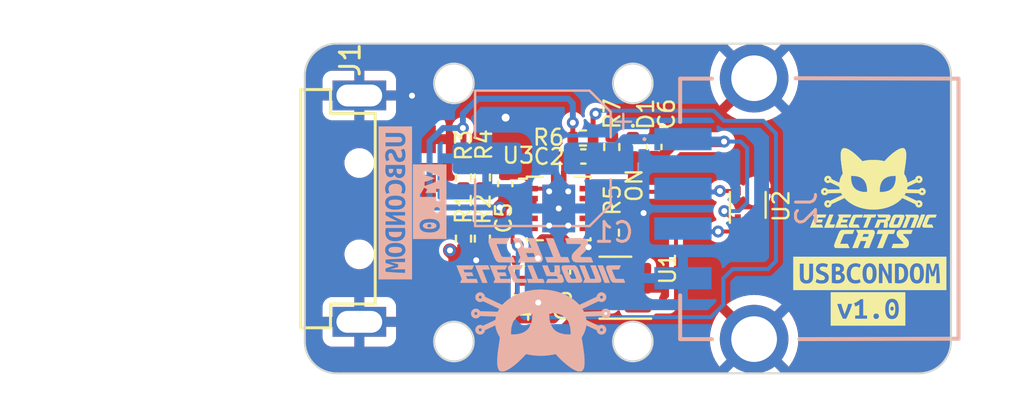
<source format=kicad_pcb>
(kicad_pcb (version 20221018) (generator pcbnew)
  (title_block (title "UsbCondom") (date "2023-04-19") (rev "v1.0") (company "Electronic Cats") (comment 1 "Eduardo Contreras"))
  (layers (0 "F.Cu" signal) (31 "B.Cu" signal) (34 "B.Paste" user) (35 "F.Paste" user) (36 "B.SilkS" user "B.Silkscreen") (37 "F.SilkS" user "F.Silkscreen") (38 "B.Mask" user) (39 "F.Mask" user) (44 "Edge.Cuts" user))
  (net 0 "")
  (net 1 "+5V")
  (net 2 "GND")
  (net 3 "/FAULT")
  (net 4 "VBUS")
  (net 5 "Net-(D1-K)")
  (net 6 "/DCP-")
  (net 7 "/DCP+")
  (net 8 "/D-")
  (net 9 "/D+")
  (net 10 "Net-(U3-ILM)")
  (footprint "Resistor_SMD:R_0402_1005Metric" (layer "F.Cu") (at 142.74 90.755 90)
    (fp_text reference "R7" (at 1.675 0.02 90) (layer "F.SilkS") (effects (font (size 0.8 0.8) (thickness 0.12))))
    (fp_text value "1K" hide)
    (pad "1" smd roundrect (at -0.51 0 90) (size 0.54 0.64) (layers "F.Cu" "F.Paste" "F.Mask") (net 5 "Net-(D1-K)"))
    (pad "2" smd roundrect (at 0.51 0 90) (size 0.54 0.64) (layers "F.Cu" "F.Paste" "F.Mask") (net 2 "GND"))
  )
  (footprint "Package_TO_SOT_SMD:SOT-553" (layer "F.Cu") (at 149.58 93.67 90)
    (fp_text reference "U2" (at -0.06 1.68 90) (layer "F.SilkS") (effects (font (size 0.8 0.8) (thickness 0.12))))
    (fp_text value "TPD2E001" hide)
    (pad "1" smd rect (at -0.7 -0.5 90) (size 0.45 0.3) (layers "F.Cu" "F.Paste" "F.Mask") (net 4 "VBUS"))
    (pad "2" smd rect (at -0.7 0 90) (size 0.45 0.3) (layers "F.Cu" "F.Paste" "F.Mask"))
    (pad "3" smd rect (at -0.7 0.5 90) (size 0.45 0.3) (layers "F.Cu" "F.Paste" "F.Mask") (net 9 "/D+"))
    (pad "4" smd rect (at 0.7 0.5 90) (size 0.45 0.3) (layers "F.Cu" "F.Paste" "F.Mask") (net 2 "GND") (clearance 0.1))
    (pad "5" smd rect (at 0.7 -0.5 90) (size 0.45 0.3) (layers "F.Cu" "F.Paste" "F.Mask") (net 8 "/D-") (clearance 0.1))
  )
  (footprint "Resistor_SMD:R_0402_1005Metric" (layer "F.Cu") (at 142.72 95.07 -90)
    (fp_text reference "R5" (at -1.64 -0.05 90) (layer "F.SilkS") (effects (font (size 0.8 0.8) (thickness 0.12))))
    (fp_text value "20K" hide)
    (pad "1" smd roundrect (at -0.51 0 270) (size 0.54 0.64) (layers "F.Cu" "F.Paste" "F.Mask") (net 10 "Net-(U3-ILM)"))
    (pad "2" smd roundrect (at 0.51 0 270) (size 0.54 0.64) (layers "F.Cu" "F.Paste" "F.Mask") (net 2 "GND"))
  )
  (footprint "kibuzzard-64407430" (layer "F.Cu") (at 155.63 98.91)
    (fp_text reference "kibuzzard-64407430" hide)
    (fp_text value "G***" hide)
  )
  (footprint "Package_SON:VSON-10-1EP_3x3mm_P0.5mm_EP1.65x2.4mm_ThermalVias" (layer "F.Cu") (at 140.07 93.85)
    (fp_text reference "U3" (at -2.03 -2.67) (layer "F.SilkS") (effects (font (size 0.8 0.8) (thickness 0.12))))
    (fp_text value "TPS2561" hide)
    (pad "1" smd rect (at -1.475 -1) (size 0.85 0.28) (layers "F.Cu" "F.Paste" "F.Mask") (net 2 "GND"))
    (pad "2" smd rect (at -1.475 -0.5) (size 0.85 0.28) (layers "F.Cu" "F.Paste" "F.Mask") (net 1 "+5V"))
    (pad "3" smd rect (at -1.475 0) (size 0.85 0.28) (layers "F.Cu" "F.Paste" "F.Mask") (net 1 "+5V"))
    (pad "4" smd rect (at -1.475 0.5) (size 0.85 0.28) (layers "F.Cu" "F.Paste" "F.Mask") (net 3 "/FAULT"))
    (pad "5" smd rect (at -1.475 1) (size 0.85 0.28) (layers "F.Cu" "F.Paste" "F.Mask"))
    (pad "6" smd rect (at 1.475 1) (size 0.85 0.28) (layers "F.Cu" "F.Paste" "F.Mask"))
    (pad "7" smd rect (at 1.475 0.5) (size 0.85 0.28) (layers "F.Cu" "F.Paste" "F.Mask") (net 10 "Net-(U3-ILM)"))
    (pad "8" smd rect (at 1.475 0) (size 0.85 0.28) (layers "F.Cu" "F.Paste" "F.Mask"))
    (pad "9" smd rect (at 1.475 -0.5) (size 0.85 0.28) (layers "F.Cu" "F.Paste" "F.Mask") (net 4 "VBUS"))
    (pad "10" smd rect (at 1.475 -1) (size 0.85 0.28) (layers "F.Cu" "F.Paste" "F.Mask") (net 3 "/FAULT"))
    (pad "11" thru_hole circle (at -0.48 -0.86) (size 0.6 0.6) (drill 0.3) (layers "*.Cu") (net 2 "GND"))
    (pad "11" thru_hole circle (at -0.48 0.86) (size 0.6 0.6) (drill 0.3) (layers "*.Cu") (net 2 "GND"))
    (pad "11" smd rect (at -0.25 -1.55) (size 0.28 0.7) (layers "F.Cu" "F.Paste" "F.Mask") (net 2 "GND"))
    (pad "11" smd rect (at -0.25 1.55) (size 0.28 0.7) (layers "F.Cu" "F.Paste" "F.Mask") (net 2 "GND"))
    (pad "11" thru_hole circle (at 0 0) (size 0.6 0.6) (drill 0.3) (layers "*.Cu") (net 2 "GND"))
    (pad "11" smd rect (at 0 0) (size 1.65 2.4) (layers "F.Cu" "F.Mask") (net 2 "GND"))
    (pad "11" smd rect (at 0 0) (size 1.65 2.4) (layers "B.Cu") (net 2 "GND"))
    (pad "11" smd rect (at 0.25 -1.55) (size 0.28 0.7) (layers "F.Cu" "F.Paste" "F.Mask") (net 2 "GND"))
    (pad "11" smd rect (at 0.25 1.55) (size 0.28 0.7) (layers "F.Cu" "F.Paste" "F.Mask") (net 2 "GND"))
    (pad "11" thru_hole circle (at 0.48 -0.86) (size 0.6 0.6) (drill 0.3) (layers "*.Cu") (net 2 "GND"))
    (pad "11" thru_hole circle (at 0.48 0.86) (size 0.6 0.6) (drill 0.3) (layers "*.Cu") (net 2 "GND"))
  )
  (footprint "Capacitor_SMD:C_0402_1005Metric" (layer "F.Cu") (at 140.285 97.03 90)
    (fp_text reference "C3" (at -1.71 0.025 90) (layer "F.SilkS") (effects (font (size 0.8 0.8) (thickness 0.12))))
    (fp_text value "0.1uF" hide)
    (pad "1" smd roundrect (at -0.48 0 90) (size 0.56 0.62) (layers "F.Cu" "F.Paste" "F.Mask") (net 1 "+5V"))
    (pad "2" smd roundrect (at 0.48 0 90) (size 0.56 0.62) (layers "F.Cu" "F.Paste" "F.Mask") (net 2 "GND"))
  )
  (footprint "kibuzzard-644073E0" (layer "F.Cu") (at 155.72 97.12)
    (fp_text reference "kibuzzard-644073E0" hide)
    (fp_text value "G***" hide)
  )
  (footprint "Resistor_SMD:R_0402_1005Metric" (layer "F.Cu") (at 141.29 90.3)
    (fp_text reference "R6" (at -1.73 -0.03) (layer "F.SilkS") (effects (font (size 0.8 0.8) (thickness 0.12))))
    (fp_text value "100K" hide)
    (pad "1" smd roundrect (at -0.51 0) (size 0.54 0.64) (layers "F.Cu" "F.Paste" "F.Mask") (net 1 "+5V"))
    (pad "2" smd roundrect (at 0.51 0) (size 0.54 0.64) (layers "F.Cu" "F.Paste" "F.Mask") (net 3 "/FAULT"))
  )
  (footprint "usbCondom:C46394" (layer "F.Cu") (at 132.49 93.86 90)
    (fp_text reference "J1" (at 7.5 -2.91 90) (layer "F.SilkS"))
    (fp_text value "USB_A")
    (pad "" np_thru_hole circle (at -2.3 -2.45 90) (size 1 1) (drill 1) (layers "*.Cu" "*.Mask"))
    (pad "" np_thru_hole circle (at 2.3 -2.45 90) (size 1 1) (drill 1) (layers "*.Cu" "*.Mask"))
    (pad "1" smd rect (at -3.5 0 90) (size 1.4 2.8) (layers "F.Cu" "F.Paste" "F.Mask") (net 1 "+5V"))
    (pad "2" smd rect (at -1 0 90) (size 1.4 2.8) (layers "F.Cu" "F.Paste" "F.Mask") (net 6 "/DCP-"))
    (pad "3" smd rect (at 1 0 90) (size 1.4 2.8) (layers "F.Cu" "F.Paste" "F.Mask") (net 7 "/DCP+"))
    (pad "4" smd rect (at 3.5 0 90) (size 1.4 2.8) (layers "F.Cu" "F.Paste" "F.Mask") (net 2 "GND"))
    (pad "5" thru_hole rect (at -5.7 -2.45 90) (size 1.5 2.7) (drill oval 1.1 2.3) (layers "*.Cu" "*.Mask") (net 2 "GND"))
    (pad "5" thru_hole rect (at 5.7 -2.45 90) (size 1.5 2.7) (drill oval 1.1 2.3) (layers "*.Cu" "*.Mask") (net 2 "GND"))
  )
  (footprint "Resistor_SMD:R_0402_1005Metric" (layer "F.Cu") (at 135.28 92.29 -90)
    (fp_text reference "R3" (at -1.62 -0.01 90) (layer "F.SilkS") (effects (font (size 0.8 0.8) (thickness 0.12))))
    (fp_text value "75K" hide)
    (pad "1" smd roundrect (at -0.51 0 270) (size 0.54 0.64) (layers "F.Cu" "F.Paste" "F.Mask") (net 1 "+5V"))
    (pad "2" smd roundrect (at 0.51 0 270) (size 0.54 0.64) (layers "F.Cu" "F.Paste" "F.Mask") (net 7 "/DCP+"))
  )
  (footprint "LED_SMD:LED_0402_1005Metric" (layer "F.Cu") (at 143.8 90.775 -90)
    (fp_text reference "D1" (at -1.675 -0.65 90) (layer "F.SilkS") (effects (font (size 0.8 0.8) (thickness 0.12))))
    (fp_text value "ON" (at 1.905 -0.07 90) (layer "F.SilkS") (effects (font (size 0.8 0.8) (thickness 0.12))))
    (pad "1" smd roundrect (at -0.485 0 270) (size 0.59 0.64) (layers "F.Cu" "F.Paste" "F.Mask") (net 5 "Net-(D1-K)"))
    (pad "2" smd roundrect (at 0.485 0 270) (size 0.59 0.64) (layers "F.Cu" "F.Paste" "F.Mask") (net 4 "VBUS"))
  )
  (footprint "Capacitor_SMD:C_0805_2012Metric" (layer "F.Cu") (at 138.07 97.49)
    (fp_text reference "C4" (at -0.09 1.6) (layer "F.SilkS") (effects (font (size 0.8 0.8) (thickness 0.12))))
    (fp_text value "10uF" hide)
    (pad "1" smd roundrect (at -0.95 0) (size 1 1.45) (layers "F.Cu" "F.Paste" "F.Mask") (net 1 "+5V"))
    (pad "2" smd roundrect (at 0.95 0) (size 1 1.45) (layers "F.Cu" "F.Paste" "F.Mask") (net 2 "GND"))
  )
  (footprint "Capacitor_SMD:C_0402_1005Metric" (layer "F.Cu") (at 137.38 92.62 90)
    (fp_text reference "C5" (at -1.71 -0.08 90) (layer "F.SilkS") (effects (font (size 0.8 0.8) (thickness 0.12))))
    (fp_text value "0.1uF" hide)
    (pad "1" smd roundrect (at -0.48 0 90) (size 0.56 0.62) (layers "F.Cu" "F.Paste" "F.Mask") (net 1 "+5V"))
    (pad "2" smd roundrect (at 0.48 0 90) (size 0.56 0.62) (layers "F.Cu" "F.Paste" "F.Mask") (net 2 "GND"))
  )
  (footprint "Package_TO_SOT_SMD:SOT-23-6" (layer "F.Cu") (at 142.92 97.84 180)
    (fp_text reference "U1" (at -2.6325 0.96 90) (layer "F.SilkS") (effects (font (size 0.8 0.8) (thickness 0.12))))
    (fp_text value "TPS2514A" hide)
    (pad "1" smd roundrect (at -1.1375 -0.95 180) (size 1.325 0.6) (layers "F.Cu" "F.Paste" "F.Mask") (net 9 "/D+"))
    (pad "2" smd roundrect (at -1.1375 0 180) (size 1.325 0.6) (layers "F.Cu" "F.Paste" "F.Mask") (net 2 "GND"))
    (pad "3" smd roundrect (at -1.1375 0.95 180) (size 1.325 0.6) (layers "F.Cu" "F.Paste" "F.Mask"))
    (pad "4" smd roundrect (at 1.1375 0.95 180) (size 1.325 0.6) (layers "F.Cu" "F.Paste" "F.Mask"))
    (pad "5" smd roundrect (at 1.1375 0 180) (size 1.325 0.6) (layers "F.Cu" "F.Paste" "F.Mask") (net 1 "+5V"))
    (pad "6" smd roundrect (at 1.1375 -0.95 180) (size 1.325 0.6) (layers "F.Cu" "F.Paste" "F.Mask") (net 8 "/D-"))
  )
  (footprint "Resistor_SMD:R_0402_1005Metric" (layer "F.Cu") (at 136.23 95.37 -90)
    (fp_text reference "R2" (at -1.49 0 90) (layer "F.SilkS") (effects (font (size 0.8 0.8) (thickness 0.12))))
    (fp_text value "49.9K" hide)
    (pad "1" smd roundrect (at -0.51 0 270) (size 0.54 0.64) (layers "F.Cu" "F.Paste" "F.Mask") (net 6 "/DCP-"))
    (pad "2" smd roundrect (at 0.51 0 270) (size 0.54 0.64) (layers "F.Cu" "F.Paste" "F.Mask") (net 2 "GND"))
  )
  (footprint "Resistor_SMD:R_0402_1005Metric" (layer "F.Cu") (at 136.23 92.29 90)
    (fp_text reference "R4" (at 1.65 0.08 90) (layer "F.SilkS") (effects (font (size 0.8 0.8) (thickness 0.12))))
    (fp_text value "49.9K" hide)
    (pad "1" smd roundrect (at -0.51 0 90) (size 0.54 0.64) (layers "F.Cu" "F.Paste" "F.Mask") (net 7 "/DCP+"))
    (pad "2" smd roundrect (at 0.51 0 90) (size 0.54 0.64) (layers "F.Cu" "F.Paste" "F.Mask") (net 2 "GND"))
  )
  (footprint "Resistor_SMD:R_0402_1005Metric" (layer "F.Cu") (at 135.28 95.37 90)
    (fp_text reference "R1" (at 1.52 0 90) (layer "F.SilkS") (effects (font (size 0.8 0.8) (thickness 0.12))))
    (fp_text value "43.2K" hide)
    (pad "1" smd roundrect (at -0.51 0 90) (size 0.54 0.64) (layers "F.Cu" "F.Paste" "F.Mask") (net 1 "+5V"))
    (pad "2" smd roundrect (at 0.51 0 90) (size 0.54 0.64) (layers "F.Cu" "F.Paste" "F.Mask") (net 6 "/DCP-"))
  )
  (footprint "Capacitor_SMD:C_0402_1005Metric" (layer "F.Cu") (at 144.88 90.75 90)
    (fp_text reference "C6" (at 1.65 0.62 90) (layer "F.SilkS") (effects (font (size 0.8 0.8) (thickness 0.12))))
    (fp_text value "0.1uF" hide)
    (pad "1" smd roundrect (at -0.48 0 90) (size 0.56 0.62) (layers "F.Cu" "F.Paste" "F.Mask") (net 4 "VBUS"))
    (pad "2" smd roundrect (at 0.48 0 90) (size 0.56 0.62) (layers "F.Cu" "F.Paste" "F.Mask") (net 2 "GND"))
  )
  (footprint "Symbol_EC:electronic_cats_logo_4x3" (layer "F.Cu") (at 155.9 93.33)
    (fp_text reference "G***" hide)
    (fp_text value "LOGO" hide)
  )
  (footprint "Capacitor_SMD:C_0402_1005Metric" (layer "F.Cu") (at 141.31 91.23 180)
    (fp_text reference "C2" (at 1.72 -0.01) (layer "F.SilkS") (effects (font (size 0.8 0.8) (thickness 0.12))))
    (fp_text value "0.22uF" hide)
    (pad "1" smd roundrect (at -0.48 0 180) (size 0.56 0.62) (layers "F.Cu" "F.Paste" "F.Mask") (net 3 "/FAULT"))
    (pad "2" smd roundrect (at 0.48 0 180) (size 0.56 0.62) (layers "F.Cu" "F.Paste" "F.Mask") (net 2 "GND"))
  )
  (footprint "usbCondom:875832010BLF" (layer "B.Cu") (at 152.53 93.86 -90)
    (fp_text reference "J2" (at 0 0 90) (layer "B.SilkS") (effects (justify mirror)))
    (fp_text value "USB_A" hide)
    (pad "1" smd rect (at -3.5 6.21 270) (size 1.12 2.88) (layers "B.Cu" "B.Paste" "B.Mask") (net 4 "VBUS"))
    (pad "2" smd rect (at -1 6.21 270) (size 1.12 2.88) (layers "B.Cu" "B.Paste" "B.Mask") (net 8 "/D-"))
    (pad "3" smd rect (at 1 6.21 270) (size 1.12 2.88) (layers "B.Cu" "B.Paste" "B.Mask") (net 9 "/D+"))
    (pad "4" smd rect (at 3.5 6.21 270) (size 1.12 2.88) (layers "B.Cu" "B.Paste" "B.Mask") (net 2 "GND"))
    (pad "5" thru_hole circle (at -6.57 2.63 270) (size 3.45 3.45) (drill 2.3) (layers "*.Cu" "*.Mask") (net 2 "GND"))
    (pad "5" thru_hole circle (at 6.57 2.63 270) (size 3.45 3.45) (drill 2.3) (layers "*.Cu" "*.Mask") (net 2 "GND"))
  )
  (footprint "Capacitor_SMD:CP_Elec_6.3x5.4" (layer "B.Cu") (at 139.275 91.325 180)
    (fp_text reference "C1" (at -3.575 -3.725) (layer "B.SilkS") (effects (justify mirror)))
    (fp_text value "150uF")
    (pad "1" smd roundrect (at -2.8 0 180) (size 3.5 1.6) (layers "B.Cu" "B.Paste" "B.Mask") (roundrect_rratio 0.15625) (net 4 "VBUS"))
    (pad "2" smd roundrect (at 2.8 0 180) (size 3.5 1.6) (layers "B.Cu" "B.Paste" "B.Mask") (roundrect_rratio 0.15625) (net 2 "GND"))
  )
  (footprint "kibuzzard-644073E0" (layer "B.Cu") (at 131.85 93.57 -90)
    (fp_text reference "kibuzzard-644073E0" hide)
    (fp_text value "G***" hide)
  )
  (footprint "kibuzzard-64407430" (layer "B.Cu") (at 133.58 93.51 -90)
    (fp_text reference "kibuzzard-64407430" hide)
    (fp_text value "G***" hide)
  )
  (footprint "Symbol_EC:electronic_cats_logo_8x6" (layer "B.Cu") (at 139.17 98.7)
    (fp_text reference "G***" hide)
    (fp_text value "LOGO" hide)
  )
  (gr_circle (center 134.8 100.55) (end 135.8 100.55) (stroke (width 0.1)) (fill none) (layer "Edge.Cuts"))
  (gr_circle (center 134.8 87.55) (end 135.8 87.55) (stroke (width 0.1)) (fill none) (layer "Edge.Cuts"))
  (gr_line (start 128.9 102.15) (end 158.2 102.15) (stroke (width 0.1)) (layer "Edge.Cuts"))
  (gr_arc (start 159.8 100.55) (mid 159.331371 101.681371) (end 158.2 102.15) (stroke (width 0.1)) (layer "Edge.Cuts"))
  (gr_arc (start 128.9 102.15) (mid 127.768629 101.681371) (end 127.3 100.55) (stroke (width 0.1)) (layer "Edge.Cuts"))
  (gr_line (start 158.2 85.55) (end 128.9 85.55) (stroke (width 0.1)) (layer "Edge.Cuts"))
  (gr_line (start 159.8 100.55) (end 159.8 87.15) (stroke (width 0.1)) (layer "Edge.Cuts"))
  (gr_circle (center 143.8 87.55) (end 144.8 87.55) (stroke (width 0.1)) (fill none) (layer "Edge.Cuts"))
  (gr_arc (start 158.2 85.55) (mid 159.331371 86.018629) (end 159.8 87.15) (stroke (width 0.1)) (layer "Edge.Cuts"))
  (gr_arc (start 127.3 87.15) (mid 127.768629 86.018629) (end 128.9 85.55) (stroke (width 0.1)) (layer "Edge.Cuts"))
  (gr_circle (center 143.8 100.55) (end 144.8 100.55) (stroke (width 0.1)) (fill none) (layer "Edge.Cuts"))
  (gr_line (start 127.3 87.15) (end 127.3 100.55) (stroke (width 0.1)) (layer "Edge.Cuts"))
  (segment (start 140.31 98.88) (end 139.8 99.39) (width 0.5) (layer "F.Cu") (net 1))
  (segment (start 140.615 97.84) (end 140.285 97.51) (width 0.5) (layer "F.Cu") (net 1))
  (segment (start 137.23 99.39) (end 137.12 99.28) (width 0.5) (layer "F.Cu") (net 1))
  (segment (start 135.28 91.78) (end 135.28 89.83) (width 0.3) (layer "F.Cu") (net 1))
  (segment (start 137.38 93.52) (end 137.1 93.8) (width 0.7) (layer "F.Cu") (net 1))
  (segment (start 135.28 89.83) (end 135.25 89.8) (width 0.3) (layer "F.Cu") (net 1))
  (segment (start 135.2 95.96) (end 135.28 95.88) (width 0.25) (layer "F.Cu") (net 1))
  (segment (start 140.31 97.535) (end 140.31 98.88) (width 0.5) (layer "F.Cu") (net 1))
  (segment (start 140.285 97.51) (end 140.31 97.535) (width 0.5) (layer "F.Cu") (net 1))
  (segment (start 137.83 93.55) (end 138.61 93.55) (width 0.7) (layer "F.Cu") (net 1))
  (segment (start 137.12 99.28) (end 137.12 97.49) (width 0.5) (layer "F.Cu") (net 1))
  (segment (start 137.38 93.52) (end 137.38 93.1) (width 0.7) (layer "F.Cu") (net 1))
  (segment (start 134.6 95.96) (end 135.2 95.96) (width 0.25) (layer "F.Cu") (net 1))
  (segment (start 139.8 99.39) (end 137.23 99.39) (width 0.5) (layer "F.Cu") (net 1))
  (segment (start 134.87 97.36) (end 136.99 97.36) (width 0.7) (layer "F.Cu") (net 1))
  (segment (start 141.7825 97.84) (end 140.615 97.84) (width 0.5) (layer "F.Cu") (net 1))
  (segment (start 137.38 93.1) (end 137.83 93.55) (width 0.7) (layer "F.Cu") (net 1))
  (segment (start 134.87 97.36) (end 134.87 96.23) (width 0.7) (layer "F.Cu") (net 1))
  (segment (start 137.1 97.47) (end 137.1 93.8) (width 0.7) (layer "F.Cu") (net 1))
  (segment (start 134.87 96.23) (end 134.6 95.96) (width 0.7) (layer "F.Cu") (net 1))
  (segment (start 132.49 97.36) (end 134.87 97.36) (width 0.7) (layer "F.Cu") (net 1))
  (segment (start 140.78 90.3) (end 140.78 89.53) (width 0.25) (layer "F.Cu") (net 1))
  (segment (start 136.99 97.36) (end 137.12 97.49) (width 0.7) (layer "F.Cu") (net 1))
  (segment (start 137.12 97.49) (end 137.1 97.47) (width 0.7) (layer "F.Cu") (net 1))
  (via (at 137.1 93.8) (size 0.6) (drill 0.3) (layers "F.Cu" "B.Cu") (net 1))
  (via (at 140.78 89.53) (size 0.6) (drill 0.3) (layers "F.Cu" "B.Cu") (net 1))
  (via (at 135.25 89.8) (size 0.6) (drill 0.3) (layers "F.Cu" "B.Cu") (net 1))
  (via (at 134.6 95.96) (size 0.6) (drill 0.3) (layers "F.Cu" "B.Cu") (net 1))
  (segment (start 134.25 89.8) (end 135.25 89.8) (width 0.3) (layer "B.Cu") (net 1))
  (segment (start 137.1 93.8) (end 133.875 93.8) (width 0.3) (layer "B.Cu") (net 1))
  (segment (start 135.25 89.8) (end 135.25 89.075) (width 0.3) (layer "B.Cu") (net 1))
  (segment (start 140.78 88.555) (end 140.78 89.53) (width 0.3) (layer "B.Cu") (net 1))
  (segment (start 140.55 88.325) (end 140.78 88.555) (width 0.3) (layer "B.Cu") (net 1))
  (segment (start 133.575 93.5) (end 133.575 90.475) (width 0.3) (layer "B.Cu") (net 1))
  (segment (start 136 88.325) (end 140.55 88.325) (width 0.3) (layer "B.Cu") (net 1))
  (segment (start 133.875 93.8) (end 133.575 93.5) (width 0.3) (layer "B.Cu") (net 1))
  (segment (start 133.575 90.475) (end 134.25 89.8) (width 0.3) (layer "B.Cu") (net 1))
  (segment (start 135.25 89.075) (end 136 88.325) (width 0.3) (layer "B.Cu") (net 1))
  (segment (start 139.02 97.49) (end 139.02 98.57) (width 0.5) (layer "F.Cu") (net 2))
  (segment (start 139.02 97.49) (end 139.02 96.37) (width 0.5) (layer "F.Cu") (net 2))
  (segment (start 139.59 92.99) (end 139.45 92.85) (width 0.2) (layer "F.Cu") (net 2))
  (segment (start 138.595 92.85) (end 138.595 92.515) (width 0.2) (layer "F.Cu") (net 2))
  (segment (start 140.32 92.3) (end 139.82 92.3) (width 0.25) (layer "F.Cu") (net 2))
  (segment (start 138.595 92.515) (end 138.22 92.14) (width 0.2) (layer "F.Cu") (net 2))
  (segment (start 139.45 92.85) (end 138.595 92.85) (width 0.2) (layer "F.Cu") (net 2))
  (segment (start 139.26 95.4) (end 140.04 95.4) (width 0.5) (layer "F.Cu") (net 2))
  (segment (start 132.49 88.37) (end 132.69 88.17) (width 0.5) (layer "F.Cu") (net 2))
  (segment (start 139.03 95.63) (end 139.26 95.4) (width 0.5) (layer "F.Cu") (net 2))
  (segment (start 140.32 91.38) (end 140.47 91.23) (width 0.25) (layer "F.Cu") (net 2))
  (segment (start 139.02 96.37) (end 139.03 96.36) (width 0.5) (layer "F.Cu") (net 2))
  (segment (start 140.72 95.8) (end 140.32 95.4) (width 0.5) (layer "F.Cu") (net 2))
  (segment (start 136.23 96.147252) (end 135.919097 96.458155) (width 0.2) (layer "F.Cu") (net 2))
  (segment (start 140.285 96.55) (end 140.285 95.645) (width 0.5) (layer "F.Cu") (net 2))
  (segment (start 136.23 95.88) (end 136.23 96.147252) (width 0.2) (layer "F.Cu") (net 2))
  (segment (start 141.57 95.8) (end 140.72 95.8) (width 0.5) (layer "F.Cu") (net 2))
  (segment (start 140.32 92.3) (end 140.32 91.38) (width 0.25) (layer "F.Cu") (net 2))
  (segment (start 140.285 95.645) (end 140.04 95.4) (width 0.5) (layer "F.Cu") (net 2))
  (segment (start 140.47 91.23) (end 140.83 91.23) (width 0.25) (layer "F.Cu") (net 2))
  (segment (start 139.02 98.57) (end 139.04 98.59) (width 0.5) (layer "F.Cu") (net 2))
  (segment (start 140.04 95.4) (end 140.32 95.4) (width 0.5) (layer "F.Cu") (net 2))
  (segment (start 137.38 89.845) (end 137.38 92.14) (width 0.3) (layer "F.Cu") (net 2))
  (segment (start 132.49 90.36) (end 132.49 88.37) (width 0.5) (layer "F.Cu") (net 2))
  (segment (start 138.22 92.14) (end 137.38 92.14) (width 0.2) (layer "F.Cu") (net 2))
  (segment (start 139.03 96.36) (end 139.03 95.63) (width 0.5) (layer "F.Cu") (net 2))
  (segment (start 141.79 95.58) (end 141.57 95.8) (width 0.5) (layer "F.Cu") (net 2))
  (segment (start 137.4 89.275) (end 137.38 89.845) (width 0.3) (layer "F.Cu") (net 2))
  (segment (start 142.72 95.58) (end 141.79 95.58) (width 0.5) (layer "F.Cu") (net 2))
  (via (at 132.69 88.17) (size 0.6) (drill 0.3) (layers "F.Cu" "B.Cu") (net 2))
  (via (at 137.4 89.275) (size 0.8) (drill 0.4) (layers "F.Cu" "B.Cu") (net 2))
  (via (at 135.919097 96.458155) (size 0.6) (drill 0.3) (layers "F.Cu" "B.Cu") (net 2))
  (via (at 139.03 96.36) (size 0.6) (drill 0.3) (layers "F.Cu" "B.Cu") (net 2))
  (via (at 144.34 94.08) (size 0.6) (drill 0.3) (layers "F.Cu" "B.Cu") (net 2))
  (via (at 141.57 95.8) (size 0.6) (drill 0.3) (layers "F.Cu" "B.Cu") (net 2))
  (via (at 139.04 98.59) (size 0.6) (drill 0.3) (layers "F.Cu" "B.Cu") (net 2))
  (segment (start 138.595 94.35) (end 138.17 94.35) (width 0.2) (layer "F.Cu") (net 3))
  (segment (start 141.8 89.2) (end 141.925 89.075) (width 0.25) (layer "F.Cu") (net 3))
  (segment (start 137.75 94.45) (end 137.75 95.57) (width 0.2) (layer "F.Cu") (net 3))
  (segment (start 141.79 91.23) (end 141.79 90.31) (width 0.25) (layer "F.Cu") (net 3))
  (segment (start 141.545 92.85) (end 141.545 91.475) (width 0.25) (layer "F.Cu") (net 3))
  (segment (start 138.17 94.35) (end 138.11 94.35) (width 0.2) (layer "F.Cu") (net 3))
  (segment (start 137.85 94.35) (end 137.75 94.45) (width 0.2) (layer "F.Cu") (net 3))
  (segment (start 138.17 94.35) (end 137.85 94.35) (width 0.2) (layer "F.Cu") (net 3))
  (segment (start 141.8 90.3) (end 141.8 89.2) (width 0.25) (layer "F.Cu") (net 3))
  (segment (start 137.75 95.57) (end 137.82 95.64) (width 0.2) (layer "F.Cu") (net 3))
  (segment (start 137.82 95.64) (end 137.94 95.64) (width 0.2) (layer "F.Cu") (net 3))
  (segment (start 141.79 90.31) (end 141.8 90.3) (width 0.25) (layer "F.Cu") (net 3))
  (segment (start 137.82 95.64) (end 137.82 95.69) (width 0.2) (layer "F.Cu") (net 3))
  (segment (start 137.94 95.64) (end 138.01 95.71) (width 0.2) (layer "F.Cu") (net 3))
  (segment (start 141.545 91.475) (end 141.79 91.23) (width 0.25) (layer "F.Cu") (net 3))
  (via (at 141.925 89.075) (size 0.6) (drill 0.3) (layers "F.Cu" "B.Cu") (net 3))
  (via (at 138.01 95.71) (size 0.6) (drill 0.3) (layers "F.Cu" "B.Cu") (net 3))
  (segment (start 142.075 88.925) (end 141.925 89.075) (width 0.2) (layer "B.Cu") (net 3))
  (segment (start 151 90.075) (end 150.36 89.435) (width 0.2) (layer "B.Cu") (net 3))
  (segment (start 148.35 97.375) (end 148.825 96.9) (width 0.2) (layer "B.Cu") (net 3))
  (segment (start 138.01 95.71) (end 138.01 99.035) (width 0.2) (layer "B.Cu") (net 3))
  (segment (start 147.725 99.325) (end 148.35 98.7) (width 0.2) (layer "B.Cu") (net 3))
  (segment (start 148.385 89.435) (end 147.875 88.925) (width 0.2) (layer "B.Cu") (net 3))
  (segment (start 151 96.5) (end 151 90.075) (width 0.2) (layer "B.Cu") (net 3))
  (segment (start 150.36 89.435) (end 148.385 89.435) (width 0.2) (layer "B.Cu") (net 3))
  (segment (start 138.01 99.035) (end 138.35 99.375) (width 0.2) (layer "B.Cu") (net 3))
  (segment (start 150.6 96.9) (end 151 96.5) (width 0.2) (layer "B.Cu") (net 3))
  (segment (start 138.35 99.375) (end 138.4 99.325) (width 0.2) (layer "B.Cu") (net 3))
  (segment (start 138.4 99.325) (end 147.725 99.325) (width 0.2) (layer "B.Cu") (net 3))
  (segment (start 148.35 98.7) (end 148.35 97.375) (width 0.2) (layer "B.Cu") (net 3))
  (segment (start 148.825 96.9) (end 150.6 96.9) (width 0.2) (layer "B.Cu") (net 3))
  (segment (start 147.875 88.925) (end 142.075 88.925) (width 0.2) (layer "B.Cu") (net 3))
  (segment (start 148.79 94.37) (end 148.4 93.98) (width 0.2) (layer "F.Cu") (net 4))
  (segment (start 141.545 93.35) (end 143.07 93.35) (width 0.3) (layer "F.Cu") (net 4))
  (segment (start 145.96 90.51) (end 147.07 90.51) (width 0.5) (layer "F.Cu") (net 4))
  (segment (start 149.08 94.37) (end 148.79 94.37) (width 0.2) (layer "F.Cu") (net 4))
  (segment (start 143.8 91.26) (end 145.21 91.26) (width 0.5) (layer "F.Cu") (net 4))
  (segment (start 143.07 93.35) (end 143.8 92.62) (width 0.5) (layer "F.Cu") (net 4))
  (segment (start 148.36 90.51) (end 148.39 90.48) (width 0.5) (layer "F.Cu") (net 4))
  (segment (start 143.8 92.62) (end 143.8 91.26) (width 0.5) (layer "F.Cu") (net 4))
  (segment (start 145.21 91.26) (end 145.96 90.51) (width 0.5) (layer "F.Cu") (net 4))
  (segment (start 147.07 90.51) (end 148.36 90.51) (width 0.5) (layer "F.Cu") (net 4))
  (via (at 148.4 93.98) (size 0.6) (drill 0.3) (layers "F.Cu" "B.Cu") (net 4))
  (via (at 148.39 90.48) (size 0.6) (drill 0.3) (layers "F.Cu" "B.Cu") (net 4))
  (segment (start 148.4 93.98) (end 149.13 93.98) (width 0.2) (layer "B.Cu") (net 4))
  (segment (start 149.55 93.56) (end 149.55 90.81) (width 0.2) (layer "B.Cu") (net 4))
  (segment (start 149.55 90.81) (end 149.22 90.48) (width 0.2) (layer "B.Cu") (net 4))
  (segment (start 148.39 90.48) (end 146.19 90.48) (width 0.5) (layer "B.Cu") (net 4))
  (segment (start 149.22 90.48) (end 148.39 90.48) (width 0.2) (layer "B.Cu") (net 4))
  (segment (start 142.075 91.475) (end 142.275 91.475) (width 0.5) (layer "B.Cu") (net 4))
  (segment (start 143.39 90.36) (end 146.15 90.36) (width 0.5) (layer "B.Cu") (net 4))
  (segment (start 146.19 90.48) (end 146.15 90.52) (width 0.5) (layer "B.Cu") (net 4))
  (segment (start 142.275 91.475) (end 143.39 90.36) (width 0.5) (layer "B.Cu") (net 4))
  (segment (start 149.13 93.98) (end 149.55 93.56) (width 0.2) (layer "B.Cu") (net 4))
  (segment (start 143.715 90.29) (end 143.8 90.29) (width 0.25) (layer "F.Cu") (net 5))
  (segment (start 142.74 91.265) (end 143.715 90.29) (width 0.25) (layer "F.Cu") (net 5))
  (segment (start 135.28 94.86) (end 136.22 94.86) (width 0.2) (layer "F.Cu") (net 6))
  (segment (start 136.22 94.86) (end 132.49 94.86) (width 0.2) (layer "F.Cu") (net 6))
  (segment (start 136.23 94.86) (end 132.49 94.86) (width 0.3) (layer "F.Cu") (net 6))
  (segment (start 136.17 92.86) (end 132.49 92.86) (width 0.3) (layer "F.Cu") (net 7))
  (segment (start 136.23 92.8) (end 136.17 92.86) (width 0.3) (layer "F.Cu") (net 7))
  (segment (start 141.7825 98.79) (end 142.74 98.79) (width 0.2) (layer "F.Cu") (net 8))
  (segment (start 142.74 98.79) (end 143.095 98.435) (width 0.2) (layer "F.Cu") (net 8))
  (segment (start 143.49 93.71) (end 144.19 93.01) (width 0.2) (layer "F.Cu") (net 8))
  (segment (start 148.14 93.01) (end 148.18 92.97) (width 0.2) (layer "F.Cu") (net 8))
  (segment (start 149.08 92.97) (end 148.18 92.97) (width 0.2) (layer "F.Cu") (net 8))
  (segment (start 143.49 96.15) (end 143.49 93.71) (width 0.2) (layer "F.Cu") (net 8))
  (segment (start 143.095 98.435) (end 143.095 96.545) (width 0.2) (layer "F.Cu") (net 8))
  (segment (start 143.095 96.545) (end 143.49 96.15) (width 0.2) (layer "F.Cu") (net 8))
  (segment (start 144.19 93.01) (end 148.14 93.01) (width 0.2) (layer "F.Cu") (net 8))
  (via (at 148.18 92.97) (size 0.6) (drill 0.3) (layers "F.Cu" "B.Cu") (net 8))
  (segment (start 148.13 93.02) (end 148.18 92.97) (width 0.25) (layer "B.Cu") (net 8))
  (segment (start 146.15 93.02) (end 148.13 93.02) (width 0.25) (layer "B.Cu") (net 8))
  (segment (start 145.62 98.79) (end 145.91 98.5) (width 0.2) (layer "F.Cu") (net 9))
  (segment (start 149.9 95.01) (end 148.09 95.01) (width 0.2) (layer "F.Cu") (net 9))
  (segment (start 145.97 98.44) (end 145.97 95.25) (width 0.2) (layer "F.Cu") (net 9))
  (segment (start 149.94 95.05) (end 149.9 95.01) (width 0.2) (layer "F.Cu") (net 9))
  (segment (start 150.08 94.37) (end 150.08 94.91) (width 0.2) (layer "F.Cu") (net 9))
  (segment (start 145.91 98.5) (end 145.97 98.44) (width 0.2) (layer "F.Cu") (net 9))
  (segment (start 144.0575 98.79) (end 145.62 98.79) (width 0.2) (layer "F.Cu") (net 9))
  (segment (start 148.09 95.01) (end 147.07 95.01) (width 0.2) (layer "F.Cu") (net 9))
  (segment (start 145.97 95.25) (end 146.21 95.01) (width 0.2) (layer "F.Cu") (net 9))
  (segment (start 146.21 95.01) (end 147.07 95.01) (width 0.2) (layer "F.Cu") (net 9))
  (segment (start 150.08 94.91) (end 149.94 95.05) (width 0.2) (layer "F.Cu") (net 9))
  (via (at 148.09 95.01) (size 0.6) (drill 0.3) (layers "F.Cu" "B.Cu") (net 9))
  (segment (start 146.15 95.02) (end 148.08 95.02) (width 0.25) (layer "B.Cu") (net 9))
  (segment (start 148.08 95.02) (end 148.09 95.01) (width 0.25) (layer "B.Cu") (net 9))
  (segment (start 142.72 94.56) (end 142.51 94.35) (width 0.25) (layer "F.Cu") (net 10))
  (segment (start 142.51 94.35) (end 141.545 94.35) (width 0.25) (layer "F.Cu") (net 10))
  (zone (net 2) (net_name "GND") (layers "F&B.Cu") (connect_pads (clearance 0.25)) (min_thickness 0.15) (fill yes (thermal_gap 0.5) (thermal_bridge_width 0.5))
    (polygon (pts (xy 124.8 83.45) (xy 163.5 83.35) (xy 163.5 103.75) (xy 124.8 103.75)))
  )
)
</source>
